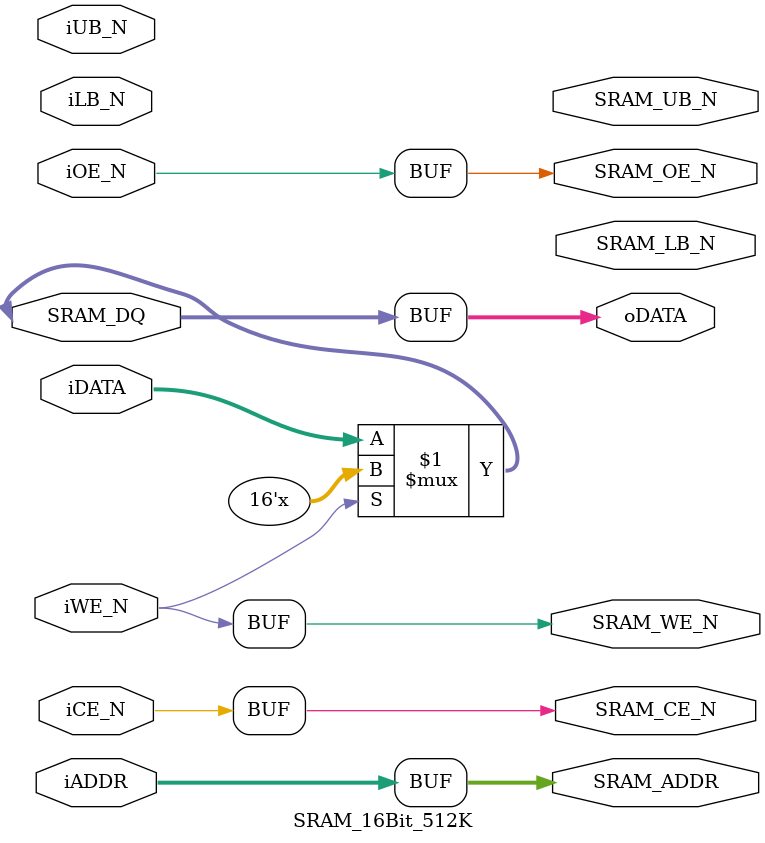
<source format=v>

module	SRAM_16Bit_512K(//	Host Data
						oDATA,iDATA,iADDR,
						iWE_N,iOE_N,
						iCE_N,
						iUB_N,iLB_N,
						//	SRAM
						SRAM_DQ,
						SRAM_ADDR,
						SRAM_UB_N,
						SRAM_LB_N,
						SRAM_WE_N,
						SRAM_CE_N,
						SRAM_OE_N
						);
//	Host Side
input	[15:0]	iDATA;
output	[15:0]	oDATA;
input	[17:0]	iADDR;
input			iWE_N,iOE_N;
input			iCE_N;
input			iUB_N,iLB_N;
//	SRAM Side
inout	[15:0]	SRAM_DQ;
output	[17:0]	SRAM_ADDR;
output			SRAM_UB_N,
				SRAM_LB_N,
				SRAM_WE_N,
				SRAM_CE_N,
				SRAM_OE_N;

assign	SRAM_DQ 	=	SRAM_WE_N ? 16'hzzzz : iDATA;
assign	oDATA		=	SRAM_DQ;
assign	SRAM_ADDR	=	iADDR;
assign	SRAM_WE_N	=	iWE_N;
assign	SRAM_OE_N	=	iOE_N;
assign	SRAM_CE_N	=	iCE_N;
assign	SRAM_UB_N	=	SRAM_UB_N;
assign	SRAM_LB_N	=	SRAM_LB_N;

endmodule
</source>
